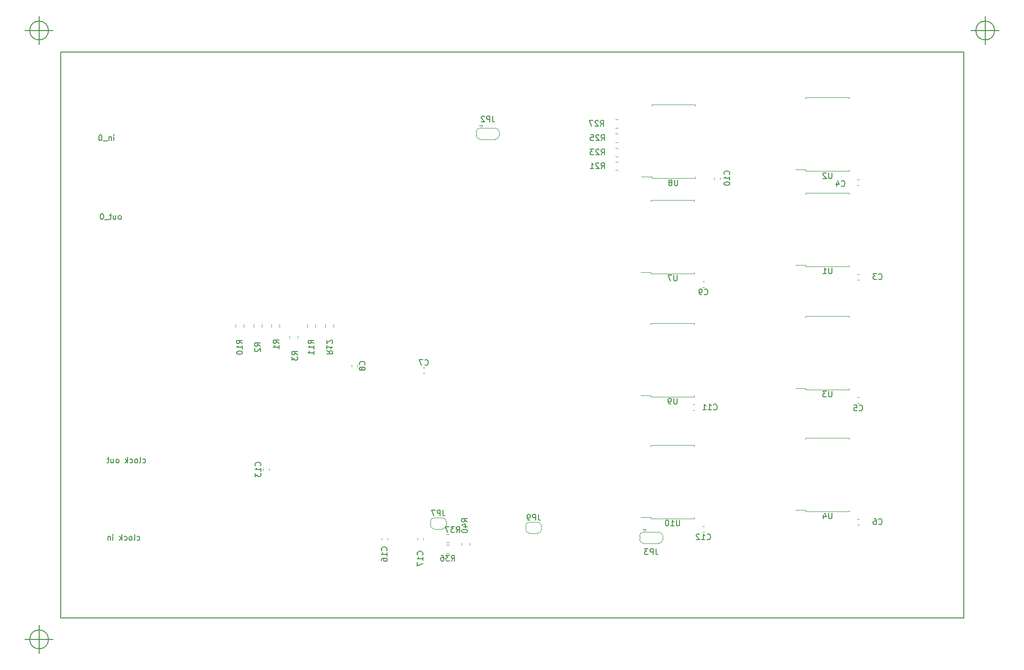
<source format=gbo>
G04 #@! TF.GenerationSoftware,KiCad,Pcbnew,5.1.10-88a1d61d58~88~ubuntu18.04.1*
G04 #@! TF.CreationDate,2022-09-15T09:05:11+02:00*
G04 #@! TF.ProjectId,FPGA_buffer_board,46504741-5f62-4756-9666-65725f626f61,v1.4*
G04 #@! TF.SameCoordinates,Original*
G04 #@! TF.FileFunction,Legend,Bot*
G04 #@! TF.FilePolarity,Positive*
%FSLAX46Y46*%
G04 Gerber Fmt 4.6, Leading zero omitted, Abs format (unit mm)*
G04 Created by KiCad (PCBNEW 5.1.10-88a1d61d58~88~ubuntu18.04.1) date 2022-09-15 09:05:11*
%MOMM*%
%LPD*%
G01*
G04 APERTURE LIST*
G04 #@! TA.AperFunction,Profile*
%ADD10C,0.200000*%
G04 #@! TD*
%ADD11C,0.150000*%
%ADD12C,0.200000*%
%ADD13C,0.120000*%
G04 APERTURE END LIST*
D10*
X86756666Y-153670000D02*
G75*
G03*
X86756666Y-153670000I-1666666J0D01*
G01*
X82590000Y-153670000D02*
X87590000Y-153670000D01*
X85090000Y-151170000D02*
X85090000Y-156170000D01*
X254396666Y-45720000D02*
G75*
G03*
X254396666Y-45720000I-1666666J0D01*
G01*
X250230000Y-45720000D02*
X255230000Y-45720000D01*
X252730000Y-43220000D02*
X252730000Y-48220000D01*
X86756666Y-45720000D02*
G75*
G03*
X86756666Y-45720000I-1666666J0D01*
G01*
X82590000Y-45720000D02*
X87590000Y-45720000D01*
X85090000Y-43220000D02*
X85090000Y-48220000D01*
D11*
X102456952Y-136040761D02*
X102552190Y-136088380D01*
X102742666Y-136088380D01*
X102837904Y-136040761D01*
X102885523Y-135993142D01*
X102933142Y-135897904D01*
X102933142Y-135612190D01*
X102885523Y-135516952D01*
X102837904Y-135469333D01*
X102742666Y-135421714D01*
X102552190Y-135421714D01*
X102456952Y-135469333D01*
X101885523Y-136088380D02*
X101980761Y-136040761D01*
X102028380Y-135945523D01*
X102028380Y-135088380D01*
X101361714Y-136088380D02*
X101456952Y-136040761D01*
X101504571Y-135993142D01*
X101552190Y-135897904D01*
X101552190Y-135612190D01*
X101504571Y-135516952D01*
X101456952Y-135469333D01*
X101361714Y-135421714D01*
X101218857Y-135421714D01*
X101123619Y-135469333D01*
X101076000Y-135516952D01*
X101028380Y-135612190D01*
X101028380Y-135897904D01*
X101076000Y-135993142D01*
X101123619Y-136040761D01*
X101218857Y-136088380D01*
X101361714Y-136088380D01*
X100171238Y-136040761D02*
X100266476Y-136088380D01*
X100456952Y-136088380D01*
X100552190Y-136040761D01*
X100599809Y-135993142D01*
X100647428Y-135897904D01*
X100647428Y-135612190D01*
X100599809Y-135516952D01*
X100552190Y-135469333D01*
X100456952Y-135421714D01*
X100266476Y-135421714D01*
X100171238Y-135469333D01*
X99742666Y-136088380D02*
X99742666Y-135088380D01*
X99647428Y-135707428D02*
X99361714Y-136088380D01*
X99361714Y-135421714D02*
X99742666Y-135802666D01*
X98171238Y-136088380D02*
X98171238Y-135421714D01*
X98171238Y-135088380D02*
X98218857Y-135136000D01*
X98171238Y-135183619D01*
X98123619Y-135136000D01*
X98171238Y-135088380D01*
X98171238Y-135183619D01*
X97695047Y-135421714D02*
X97695047Y-136088380D01*
X97695047Y-135516952D02*
X97647428Y-135469333D01*
X97552190Y-135421714D01*
X97409333Y-135421714D01*
X97314095Y-135469333D01*
X97266476Y-135564571D01*
X97266476Y-136088380D01*
X103464952Y-122324761D02*
X103560190Y-122372380D01*
X103750666Y-122372380D01*
X103845904Y-122324761D01*
X103893523Y-122277142D01*
X103941142Y-122181904D01*
X103941142Y-121896190D01*
X103893523Y-121800952D01*
X103845904Y-121753333D01*
X103750666Y-121705714D01*
X103560190Y-121705714D01*
X103464952Y-121753333D01*
X102893523Y-122372380D02*
X102988761Y-122324761D01*
X103036380Y-122229523D01*
X103036380Y-121372380D01*
X102369714Y-122372380D02*
X102464952Y-122324761D01*
X102512571Y-122277142D01*
X102560190Y-122181904D01*
X102560190Y-121896190D01*
X102512571Y-121800952D01*
X102464952Y-121753333D01*
X102369714Y-121705714D01*
X102226857Y-121705714D01*
X102131619Y-121753333D01*
X102084000Y-121800952D01*
X102036380Y-121896190D01*
X102036380Y-122181904D01*
X102084000Y-122277142D01*
X102131619Y-122324761D01*
X102226857Y-122372380D01*
X102369714Y-122372380D01*
X101179238Y-122324761D02*
X101274476Y-122372380D01*
X101464952Y-122372380D01*
X101560190Y-122324761D01*
X101607809Y-122277142D01*
X101655428Y-122181904D01*
X101655428Y-121896190D01*
X101607809Y-121800952D01*
X101560190Y-121753333D01*
X101464952Y-121705714D01*
X101274476Y-121705714D01*
X101179238Y-121753333D01*
X100750666Y-122372380D02*
X100750666Y-121372380D01*
X100655428Y-121991428D02*
X100369714Y-122372380D01*
X100369714Y-121705714D02*
X100750666Y-122086666D01*
X99036380Y-122372380D02*
X99131619Y-122324761D01*
X99179238Y-122277142D01*
X99226857Y-122181904D01*
X99226857Y-121896190D01*
X99179238Y-121800952D01*
X99131619Y-121753333D01*
X99036380Y-121705714D01*
X98893523Y-121705714D01*
X98798285Y-121753333D01*
X98750666Y-121800952D01*
X98703047Y-121896190D01*
X98703047Y-122181904D01*
X98750666Y-122277142D01*
X98798285Y-122324761D01*
X98893523Y-122372380D01*
X99036380Y-122372380D01*
X97845904Y-121705714D02*
X97845904Y-122372380D01*
X98274476Y-121705714D02*
X98274476Y-122229523D01*
X98226857Y-122324761D01*
X98131619Y-122372380D01*
X97988761Y-122372380D01*
X97893523Y-122324761D01*
X97845904Y-122277142D01*
X97512571Y-121705714D02*
X97131619Y-121705714D01*
X97369714Y-121372380D02*
X97369714Y-122229523D01*
X97322095Y-122324761D01*
X97226857Y-122372380D01*
X97131619Y-122372380D01*
D12*
X98337523Y-65222380D02*
X98337523Y-64555714D01*
X98337523Y-64222380D02*
X98385142Y-64270000D01*
X98337523Y-64317619D01*
X98289904Y-64270000D01*
X98337523Y-64222380D01*
X98337523Y-64317619D01*
X97861333Y-64555714D02*
X97861333Y-65222380D01*
X97861333Y-64650952D02*
X97813714Y-64603333D01*
X97718476Y-64555714D01*
X97575619Y-64555714D01*
X97480380Y-64603333D01*
X97432761Y-64698571D01*
X97432761Y-65222380D01*
X97194666Y-65317619D02*
X96432761Y-65317619D01*
X96004190Y-64222380D02*
X95908952Y-64222380D01*
X95813714Y-64270000D01*
X95766095Y-64317619D01*
X95718476Y-64412857D01*
X95670857Y-64603333D01*
X95670857Y-64841428D01*
X95718476Y-65031904D01*
X95766095Y-65127142D01*
X95813714Y-65174761D01*
X95908952Y-65222380D01*
X96004190Y-65222380D01*
X96099428Y-65174761D01*
X96147047Y-65127142D01*
X96194666Y-65031904D01*
X96242285Y-64841428D01*
X96242285Y-64603333D01*
X96194666Y-64412857D01*
X96147047Y-64317619D01*
X96099428Y-64270000D01*
X96004190Y-64222380D01*
X99456666Y-79192380D02*
X99551904Y-79144761D01*
X99599523Y-79097142D01*
X99647142Y-79001904D01*
X99647142Y-78716190D01*
X99599523Y-78620952D01*
X99551904Y-78573333D01*
X99456666Y-78525714D01*
X99313809Y-78525714D01*
X99218571Y-78573333D01*
X99170952Y-78620952D01*
X99123333Y-78716190D01*
X99123333Y-79001904D01*
X99170952Y-79097142D01*
X99218571Y-79144761D01*
X99313809Y-79192380D01*
X99456666Y-79192380D01*
X98266190Y-78525714D02*
X98266190Y-79192380D01*
X98694761Y-78525714D02*
X98694761Y-79049523D01*
X98647142Y-79144761D01*
X98551904Y-79192380D01*
X98409047Y-79192380D01*
X98313809Y-79144761D01*
X98266190Y-79097142D01*
X97932857Y-78525714D02*
X97551904Y-78525714D01*
X97790000Y-78192380D02*
X97790000Y-79049523D01*
X97742380Y-79144761D01*
X97647142Y-79192380D01*
X97551904Y-79192380D01*
X97456666Y-79287619D02*
X96694761Y-79287619D01*
X96266190Y-78192380D02*
X96170952Y-78192380D01*
X96075714Y-78240000D01*
X96028095Y-78287619D01*
X95980476Y-78382857D01*
X95932857Y-78573333D01*
X95932857Y-78811428D01*
X95980476Y-79001904D01*
X96028095Y-79097142D01*
X96075714Y-79144761D01*
X96170952Y-79192380D01*
X96266190Y-79192380D01*
X96361428Y-79144761D01*
X96409047Y-79097142D01*
X96456666Y-79001904D01*
X96504285Y-78811428D01*
X96504285Y-78573333D01*
X96456666Y-78382857D01*
X96409047Y-78287619D01*
X96361428Y-78240000D01*
X96266190Y-78192380D01*
D10*
X248920000Y-149860000D02*
X88900000Y-149860000D01*
X248920000Y-49530000D02*
X248920000Y-149860000D01*
X88900000Y-49530000D02*
X248920000Y-49530000D01*
X88900000Y-149860000D02*
X88900000Y-49530000D01*
D13*
X187224936Y-62965000D02*
X187679064Y-62965000D01*
X187224936Y-61495000D02*
X187679064Y-61495000D01*
X187224936Y-65505000D02*
X187679064Y-65505000D01*
X187224936Y-64035000D02*
X187679064Y-64035000D01*
X187224936Y-68045000D02*
X187679064Y-68045000D01*
X187224936Y-66575000D02*
X187679064Y-66575000D01*
X187224936Y-70458000D02*
X187679064Y-70458000D01*
X187224936Y-68988000D02*
X187679064Y-68988000D01*
X172020000Y-134858000D02*
X173420000Y-134858000D01*
X174120000Y-134158000D02*
X174120000Y-133558000D01*
X173420000Y-132858000D02*
X172020000Y-132858000D01*
X171320000Y-133558000D02*
X171320000Y-134158000D01*
X171320000Y-134158000D02*
G75*
G03*
X172020000Y-134858000I700000J0D01*
G01*
X172020000Y-132858000D02*
G75*
G03*
X171320000Y-133558000I0J-700000D01*
G01*
X174120000Y-133558000D02*
G75*
G03*
X173420000Y-132858000I-700000J0D01*
G01*
X173420000Y-134858000D02*
G75*
G03*
X174120000Y-134158000I0J700000D01*
G01*
X157268936Y-135028000D02*
X157723064Y-135028000D01*
X157268936Y-136498000D02*
X157723064Y-136498000D01*
X157268936Y-136933000D02*
X157723064Y-136933000D01*
X157268936Y-138403000D02*
X157723064Y-138403000D01*
X161390000Y-136551936D02*
X161390000Y-137006064D01*
X159920000Y-136551936D02*
X159920000Y-137006064D01*
X155114000Y-134096000D02*
X156514000Y-134096000D01*
X157214000Y-133396000D02*
X157214000Y-132796000D01*
X156514000Y-132096000D02*
X155114000Y-132096000D01*
X154414000Y-132796000D02*
X154414000Y-133396000D01*
X154414000Y-133396000D02*
G75*
G03*
X155114000Y-134096000I700000J0D01*
G01*
X155114000Y-132096000D02*
G75*
G03*
X154414000Y-132796000I0J-700000D01*
G01*
X157214000Y-132796000D02*
G75*
G03*
X156514000Y-132096000I-700000J0D01*
G01*
X156514000Y-134096000D02*
G75*
G03*
X157214000Y-133396000I0J700000D01*
G01*
X193625000Y-71680000D02*
X191810000Y-71680000D01*
X193625000Y-71915000D02*
X193625000Y-71680000D01*
X197485000Y-71915000D02*
X193625000Y-71915000D01*
X201345000Y-71915000D02*
X201345000Y-71680000D01*
X197485000Y-71915000D02*
X201345000Y-71915000D01*
X193625000Y-58895000D02*
X193625000Y-59130000D01*
X197485000Y-58895000D02*
X193625000Y-58895000D01*
X201345000Y-58895000D02*
X201345000Y-59130000D01*
X197485000Y-58895000D02*
X201345000Y-58895000D01*
X224790000Y-96360000D02*
X228650000Y-96360000D01*
X228650000Y-96360000D02*
X228650000Y-96595000D01*
X224790000Y-96360000D02*
X220930000Y-96360000D01*
X220930000Y-96360000D02*
X220930000Y-96595000D01*
X224790000Y-109380000D02*
X228650000Y-109380000D01*
X228650000Y-109380000D02*
X228650000Y-109145000D01*
X224790000Y-109380000D02*
X220930000Y-109380000D01*
X220930000Y-109380000D02*
X220930000Y-109145000D01*
X220930000Y-109145000D02*
X219115000Y-109145000D01*
X224790000Y-117950000D02*
X228650000Y-117950000D01*
X228650000Y-117950000D02*
X228650000Y-118185000D01*
X224790000Y-117950000D02*
X220930000Y-117950000D01*
X220930000Y-117950000D02*
X220930000Y-118185000D01*
X224790000Y-130970000D02*
X228650000Y-130970000D01*
X228650000Y-130970000D02*
X228650000Y-130735000D01*
X224790000Y-130970000D02*
X220930000Y-130970000D01*
X220930000Y-130970000D02*
X220930000Y-130735000D01*
X220930000Y-130735000D02*
X219115000Y-130735000D01*
X192148000Y-136636000D02*
X194948000Y-136636000D01*
X195598000Y-135936000D02*
X195598000Y-135336000D01*
X194948000Y-134636000D02*
X192148000Y-134636000D01*
X191498000Y-135336000D02*
X191498000Y-135936000D01*
X192348000Y-134436000D02*
X192048000Y-134136000D01*
X192048000Y-134136000D02*
X192648000Y-134136000D01*
X192348000Y-134436000D02*
X192648000Y-134136000D01*
X194898000Y-136636000D02*
G75*
G03*
X195598000Y-135936000I0J700000D01*
G01*
X195598000Y-135336000D02*
G75*
G03*
X194898000Y-134636000I-700000J0D01*
G01*
X192198000Y-134636000D02*
G75*
G03*
X191498000Y-135336000I0J-700000D01*
G01*
X191498000Y-135936000D02*
G75*
G03*
X192198000Y-136636000I700000J0D01*
G01*
X197358000Y-75786000D02*
X201218000Y-75786000D01*
X201218000Y-75786000D02*
X201218000Y-76021000D01*
X197358000Y-75786000D02*
X193498000Y-75786000D01*
X193498000Y-75786000D02*
X193498000Y-76021000D01*
X197358000Y-88806000D02*
X201218000Y-88806000D01*
X201218000Y-88806000D02*
X201218000Y-88571000D01*
X197358000Y-88806000D02*
X193498000Y-88806000D01*
X193498000Y-88806000D02*
X193498000Y-88571000D01*
X193498000Y-88571000D02*
X191683000Y-88571000D01*
X193498000Y-110415000D02*
X191683000Y-110415000D01*
X193498000Y-110650000D02*
X193498000Y-110415000D01*
X197358000Y-110650000D02*
X193498000Y-110650000D01*
X201218000Y-110650000D02*
X201218000Y-110415000D01*
X197358000Y-110650000D02*
X201218000Y-110650000D01*
X193498000Y-97630000D02*
X193498000Y-97865000D01*
X197358000Y-97630000D02*
X193498000Y-97630000D01*
X201218000Y-97630000D02*
X201218000Y-97865000D01*
X197358000Y-97630000D02*
X201218000Y-97630000D01*
X193498000Y-132005000D02*
X191683000Y-132005000D01*
X193498000Y-132240000D02*
X193498000Y-132005000D01*
X197358000Y-132240000D02*
X193498000Y-132240000D01*
X201218000Y-132240000D02*
X201218000Y-132005000D01*
X197358000Y-132240000D02*
X201218000Y-132240000D01*
X193498000Y-119220000D02*
X193498000Y-119455000D01*
X197358000Y-119220000D02*
X193498000Y-119220000D01*
X201218000Y-119220000D02*
X201218000Y-119455000D01*
X197358000Y-119220000D02*
X201218000Y-119220000D01*
X163192000Y-65008000D02*
X165992000Y-65008000D01*
X166642000Y-64308000D02*
X166642000Y-63708000D01*
X165992000Y-63008000D02*
X163192000Y-63008000D01*
X162542000Y-63708000D02*
X162542000Y-64308000D01*
X163392000Y-62808000D02*
X163092000Y-62508000D01*
X163092000Y-62508000D02*
X163692000Y-62508000D01*
X163392000Y-62808000D02*
X163692000Y-62508000D01*
X162542000Y-64308000D02*
G75*
G03*
X163242000Y-65008000I700000J0D01*
G01*
X163242000Y-63008000D02*
G75*
G03*
X162542000Y-63708000I0J-700000D01*
G01*
X166642000Y-63708000D02*
G75*
G03*
X165942000Y-63008000I-700000J0D01*
G01*
X165942000Y-65008000D02*
G75*
G03*
X166642000Y-64308000I0J700000D01*
G01*
X220930000Y-87301000D02*
X219115000Y-87301000D01*
X220930000Y-87536000D02*
X220930000Y-87301000D01*
X224790000Y-87536000D02*
X220930000Y-87536000D01*
X228650000Y-87536000D02*
X228650000Y-87301000D01*
X224790000Y-87536000D02*
X228650000Y-87536000D01*
X220930000Y-74516000D02*
X220930000Y-74751000D01*
X224790000Y-74516000D02*
X220930000Y-74516000D01*
X228650000Y-74516000D02*
X228650000Y-74751000D01*
X224790000Y-74516000D02*
X228650000Y-74516000D01*
X220930000Y-70410000D02*
X219115000Y-70410000D01*
X220930000Y-70645000D02*
X220930000Y-70410000D01*
X224790000Y-70645000D02*
X220930000Y-70645000D01*
X228650000Y-70645000D02*
X228650000Y-70410000D01*
X224790000Y-70645000D02*
X228650000Y-70645000D01*
X220930000Y-57625000D02*
X220930000Y-57860000D01*
X224790000Y-57625000D02*
X220930000Y-57625000D01*
X228650000Y-57625000D02*
X228650000Y-57860000D01*
X224790000Y-57625000D02*
X228650000Y-57625000D01*
X202646233Y-91188000D02*
X202938767Y-91188000D01*
X202646233Y-90168000D02*
X202938767Y-90168000D01*
X204722000Y-71836233D02*
X204722000Y-72128767D01*
X205742000Y-71836233D02*
X205742000Y-72128767D01*
X201213767Y-112012000D02*
X200921233Y-112012000D01*
X201213767Y-113032000D02*
X200921233Y-113032000D01*
X202646233Y-133602000D02*
X202938767Y-133602000D01*
X202646233Y-134622000D02*
X202938767Y-134622000D01*
X145794000Y-136009767D02*
X145794000Y-135717233D01*
X146814000Y-136009767D02*
X146814000Y-135717233D01*
X152144000Y-136009767D02*
X152144000Y-135717233D01*
X153164000Y-136009767D02*
X153164000Y-135717233D01*
X124839000Y-123398233D02*
X124839000Y-123690767D01*
X125859000Y-123398233D02*
X125859000Y-123690767D01*
X230078233Y-88898000D02*
X230370767Y-88898000D01*
X230078233Y-89918000D02*
X230370767Y-89918000D01*
X230078233Y-73154000D02*
X230370767Y-73154000D01*
X230078233Y-72134000D02*
X230370767Y-72134000D01*
X230078233Y-111762000D02*
X230370767Y-111762000D01*
X230078233Y-110742000D02*
X230370767Y-110742000D01*
X230078233Y-132332000D02*
X230370767Y-132332000D01*
X230078233Y-133352000D02*
X230370767Y-133352000D01*
X153408767Y-105535000D02*
X153116233Y-105535000D01*
X153408767Y-106555000D02*
X153116233Y-106555000D01*
X140460000Y-105328767D02*
X140460000Y-105036233D01*
X141480000Y-105328767D02*
X141480000Y-105036233D01*
X127735000Y-98287064D02*
X127735000Y-97832936D01*
X126265000Y-98287064D02*
X126265000Y-97832936D01*
X123090000Y-98287064D02*
X123090000Y-97832936D01*
X124560000Y-98287064D02*
X124560000Y-97832936D01*
X129440000Y-99832936D02*
X129440000Y-100287064D01*
X130910000Y-99832936D02*
X130910000Y-100287064D01*
X119915000Y-98287064D02*
X119915000Y-97832936D01*
X121385000Y-98287064D02*
X121385000Y-97832936D01*
X134085000Y-98287064D02*
X134085000Y-97832936D01*
X132615000Y-98287064D02*
X132615000Y-97832936D01*
X135790000Y-98287064D02*
X135790000Y-97832936D01*
X137260000Y-98287064D02*
X137260000Y-97832936D01*
D11*
X184538857Y-62682380D02*
X184872190Y-62206190D01*
X185110285Y-62682380D02*
X185110285Y-61682380D01*
X184729333Y-61682380D01*
X184634095Y-61730000D01*
X184586476Y-61777619D01*
X184538857Y-61872857D01*
X184538857Y-62015714D01*
X184586476Y-62110952D01*
X184634095Y-62158571D01*
X184729333Y-62206190D01*
X185110285Y-62206190D01*
X184157904Y-61777619D02*
X184110285Y-61730000D01*
X184015047Y-61682380D01*
X183776952Y-61682380D01*
X183681714Y-61730000D01*
X183634095Y-61777619D01*
X183586476Y-61872857D01*
X183586476Y-61968095D01*
X183634095Y-62110952D01*
X184205523Y-62682380D01*
X183586476Y-62682380D01*
X183253142Y-61682380D02*
X182586476Y-61682380D01*
X183015047Y-62682380D01*
X184665857Y-65222380D02*
X184999190Y-64746190D01*
X185237285Y-65222380D02*
X185237285Y-64222380D01*
X184856333Y-64222380D01*
X184761095Y-64270000D01*
X184713476Y-64317619D01*
X184665857Y-64412857D01*
X184665857Y-64555714D01*
X184713476Y-64650952D01*
X184761095Y-64698571D01*
X184856333Y-64746190D01*
X185237285Y-64746190D01*
X184284904Y-64317619D02*
X184237285Y-64270000D01*
X184142047Y-64222380D01*
X183903952Y-64222380D01*
X183808714Y-64270000D01*
X183761095Y-64317619D01*
X183713476Y-64412857D01*
X183713476Y-64508095D01*
X183761095Y-64650952D01*
X184332523Y-65222380D01*
X183713476Y-65222380D01*
X182808714Y-64222380D02*
X183284904Y-64222380D01*
X183332523Y-64698571D01*
X183284904Y-64650952D01*
X183189666Y-64603333D01*
X182951571Y-64603333D01*
X182856333Y-64650952D01*
X182808714Y-64698571D01*
X182761095Y-64793809D01*
X182761095Y-65031904D01*
X182808714Y-65127142D01*
X182856333Y-65174761D01*
X182951571Y-65222380D01*
X183189666Y-65222380D01*
X183284904Y-65174761D01*
X183332523Y-65127142D01*
X184665857Y-67762380D02*
X184999190Y-67286190D01*
X185237285Y-67762380D02*
X185237285Y-66762380D01*
X184856333Y-66762380D01*
X184761095Y-66810000D01*
X184713476Y-66857619D01*
X184665857Y-66952857D01*
X184665857Y-67095714D01*
X184713476Y-67190952D01*
X184761095Y-67238571D01*
X184856333Y-67286190D01*
X185237285Y-67286190D01*
X184284904Y-66857619D02*
X184237285Y-66810000D01*
X184142047Y-66762380D01*
X183903952Y-66762380D01*
X183808714Y-66810000D01*
X183761095Y-66857619D01*
X183713476Y-66952857D01*
X183713476Y-67048095D01*
X183761095Y-67190952D01*
X184332523Y-67762380D01*
X183713476Y-67762380D01*
X183380142Y-66762380D02*
X182761095Y-66762380D01*
X183094428Y-67143333D01*
X182951571Y-67143333D01*
X182856333Y-67190952D01*
X182808714Y-67238571D01*
X182761095Y-67333809D01*
X182761095Y-67571904D01*
X182808714Y-67667142D01*
X182856333Y-67714761D01*
X182951571Y-67762380D01*
X183237285Y-67762380D01*
X183332523Y-67714761D01*
X183380142Y-67667142D01*
X184665857Y-70175380D02*
X184999190Y-69699190D01*
X185237285Y-70175380D02*
X185237285Y-69175380D01*
X184856333Y-69175380D01*
X184761095Y-69223000D01*
X184713476Y-69270619D01*
X184665857Y-69365857D01*
X184665857Y-69508714D01*
X184713476Y-69603952D01*
X184761095Y-69651571D01*
X184856333Y-69699190D01*
X185237285Y-69699190D01*
X184284904Y-69270619D02*
X184237285Y-69223000D01*
X184142047Y-69175380D01*
X183903952Y-69175380D01*
X183808714Y-69223000D01*
X183761095Y-69270619D01*
X183713476Y-69365857D01*
X183713476Y-69461095D01*
X183761095Y-69603952D01*
X184332523Y-70175380D01*
X183713476Y-70175380D01*
X182761095Y-70175380D02*
X183332523Y-70175380D01*
X183046809Y-70175380D02*
X183046809Y-69175380D01*
X183142047Y-69318238D01*
X183237285Y-69413476D01*
X183332523Y-69461095D01*
X173553333Y-131532380D02*
X173553333Y-132246666D01*
X173600952Y-132389523D01*
X173696190Y-132484761D01*
X173839047Y-132532380D01*
X173934285Y-132532380D01*
X173077142Y-132532380D02*
X173077142Y-131532380D01*
X172696190Y-131532380D01*
X172600952Y-131580000D01*
X172553333Y-131627619D01*
X172505714Y-131722857D01*
X172505714Y-131865714D01*
X172553333Y-131960952D01*
X172600952Y-132008571D01*
X172696190Y-132056190D01*
X173077142Y-132056190D01*
X172029523Y-132532380D02*
X171839047Y-132532380D01*
X171743809Y-132484761D01*
X171696190Y-132437142D01*
X171600952Y-132294285D01*
X171553333Y-132103809D01*
X171553333Y-131722857D01*
X171600952Y-131627619D01*
X171648571Y-131580000D01*
X171743809Y-131532380D01*
X171934285Y-131532380D01*
X172029523Y-131580000D01*
X172077142Y-131627619D01*
X172124761Y-131722857D01*
X172124761Y-131960952D01*
X172077142Y-132056190D01*
X172029523Y-132103809D01*
X171934285Y-132151428D01*
X171743809Y-132151428D01*
X171648571Y-132103809D01*
X171600952Y-132056190D01*
X171553333Y-131960952D01*
X159011857Y-134691380D02*
X159345190Y-134215190D01*
X159583285Y-134691380D02*
X159583285Y-133691380D01*
X159202333Y-133691380D01*
X159107095Y-133739000D01*
X159059476Y-133786619D01*
X159011857Y-133881857D01*
X159011857Y-134024714D01*
X159059476Y-134119952D01*
X159107095Y-134167571D01*
X159202333Y-134215190D01*
X159583285Y-134215190D01*
X158678523Y-133691380D02*
X158059476Y-133691380D01*
X158392809Y-134072333D01*
X158249952Y-134072333D01*
X158154714Y-134119952D01*
X158107095Y-134167571D01*
X158059476Y-134262809D01*
X158059476Y-134500904D01*
X158107095Y-134596142D01*
X158154714Y-134643761D01*
X158249952Y-134691380D01*
X158535666Y-134691380D01*
X158630904Y-134643761D01*
X158678523Y-134596142D01*
X157726142Y-133691380D02*
X157059476Y-133691380D01*
X157488047Y-134691380D01*
X158138857Y-139770380D02*
X158472190Y-139294190D01*
X158710285Y-139770380D02*
X158710285Y-138770380D01*
X158329333Y-138770380D01*
X158234095Y-138818000D01*
X158186476Y-138865619D01*
X158138857Y-138960857D01*
X158138857Y-139103714D01*
X158186476Y-139198952D01*
X158234095Y-139246571D01*
X158329333Y-139294190D01*
X158710285Y-139294190D01*
X157805523Y-138770380D02*
X157186476Y-138770380D01*
X157519809Y-139151333D01*
X157376952Y-139151333D01*
X157281714Y-139198952D01*
X157234095Y-139246571D01*
X157186476Y-139341809D01*
X157186476Y-139579904D01*
X157234095Y-139675142D01*
X157281714Y-139722761D01*
X157376952Y-139770380D01*
X157662666Y-139770380D01*
X157757904Y-139722761D01*
X157805523Y-139675142D01*
X156329333Y-138770380D02*
X156519809Y-138770380D01*
X156615047Y-138818000D01*
X156662666Y-138865619D01*
X156757904Y-139008476D01*
X156805523Y-139198952D01*
X156805523Y-139579904D01*
X156757904Y-139675142D01*
X156710285Y-139722761D01*
X156615047Y-139770380D01*
X156424571Y-139770380D01*
X156329333Y-139722761D01*
X156281714Y-139675142D01*
X156234095Y-139579904D01*
X156234095Y-139341809D01*
X156281714Y-139246571D01*
X156329333Y-139198952D01*
X156424571Y-139151333D01*
X156615047Y-139151333D01*
X156710285Y-139198952D01*
X156757904Y-139246571D01*
X156805523Y-139341809D01*
X160980380Y-132834142D02*
X160504190Y-132500809D01*
X160980380Y-132262714D02*
X159980380Y-132262714D01*
X159980380Y-132643666D01*
X160028000Y-132738904D01*
X160075619Y-132786523D01*
X160170857Y-132834142D01*
X160313714Y-132834142D01*
X160408952Y-132786523D01*
X160456571Y-132738904D01*
X160504190Y-132643666D01*
X160504190Y-132262714D01*
X160313714Y-133691285D02*
X160980380Y-133691285D01*
X159932761Y-133453190D02*
X160647047Y-133215095D01*
X160647047Y-133834142D01*
X159980380Y-134405571D02*
X159980380Y-134500809D01*
X160028000Y-134596047D01*
X160075619Y-134643666D01*
X160170857Y-134691285D01*
X160361333Y-134738904D01*
X160599428Y-134738904D01*
X160789904Y-134691285D01*
X160885142Y-134643666D01*
X160932761Y-134596047D01*
X160980380Y-134500809D01*
X160980380Y-134405571D01*
X160932761Y-134310333D01*
X160885142Y-134262714D01*
X160789904Y-134215095D01*
X160599428Y-134167476D01*
X160361333Y-134167476D01*
X160170857Y-134215095D01*
X160075619Y-134262714D01*
X160028000Y-134310333D01*
X159980380Y-134405571D01*
X156647333Y-130770380D02*
X156647333Y-131484666D01*
X156694952Y-131627523D01*
X156790190Y-131722761D01*
X156933047Y-131770380D01*
X157028285Y-131770380D01*
X156171142Y-131770380D02*
X156171142Y-130770380D01*
X155790190Y-130770380D01*
X155694952Y-130818000D01*
X155647333Y-130865619D01*
X155599714Y-130960857D01*
X155599714Y-131103714D01*
X155647333Y-131198952D01*
X155694952Y-131246571D01*
X155790190Y-131294190D01*
X156171142Y-131294190D01*
X155266380Y-130770380D02*
X154599714Y-130770380D01*
X155028285Y-131770380D01*
X198246904Y-72207380D02*
X198246904Y-73016904D01*
X198199285Y-73112142D01*
X198151666Y-73159761D01*
X198056428Y-73207380D01*
X197865952Y-73207380D01*
X197770714Y-73159761D01*
X197723095Y-73112142D01*
X197675476Y-73016904D01*
X197675476Y-72207380D01*
X197056428Y-72635952D02*
X197151666Y-72588333D01*
X197199285Y-72540714D01*
X197246904Y-72445476D01*
X197246904Y-72397857D01*
X197199285Y-72302619D01*
X197151666Y-72255000D01*
X197056428Y-72207380D01*
X196865952Y-72207380D01*
X196770714Y-72255000D01*
X196723095Y-72302619D01*
X196675476Y-72397857D01*
X196675476Y-72445476D01*
X196723095Y-72540714D01*
X196770714Y-72588333D01*
X196865952Y-72635952D01*
X197056428Y-72635952D01*
X197151666Y-72683571D01*
X197199285Y-72731190D01*
X197246904Y-72826428D01*
X197246904Y-73016904D01*
X197199285Y-73112142D01*
X197151666Y-73159761D01*
X197056428Y-73207380D01*
X196865952Y-73207380D01*
X196770714Y-73159761D01*
X196723095Y-73112142D01*
X196675476Y-73016904D01*
X196675476Y-72826428D01*
X196723095Y-72731190D01*
X196770714Y-72683571D01*
X196865952Y-72635952D01*
X225551904Y-109672380D02*
X225551904Y-110481904D01*
X225504285Y-110577142D01*
X225456666Y-110624761D01*
X225361428Y-110672380D01*
X225170952Y-110672380D01*
X225075714Y-110624761D01*
X225028095Y-110577142D01*
X224980476Y-110481904D01*
X224980476Y-109672380D01*
X224599523Y-109672380D02*
X223980476Y-109672380D01*
X224313809Y-110053333D01*
X224170952Y-110053333D01*
X224075714Y-110100952D01*
X224028095Y-110148571D01*
X223980476Y-110243809D01*
X223980476Y-110481904D01*
X224028095Y-110577142D01*
X224075714Y-110624761D01*
X224170952Y-110672380D01*
X224456666Y-110672380D01*
X224551904Y-110624761D01*
X224599523Y-110577142D01*
X225551904Y-131262380D02*
X225551904Y-132071904D01*
X225504285Y-132167142D01*
X225456666Y-132214761D01*
X225361428Y-132262380D01*
X225170952Y-132262380D01*
X225075714Y-132214761D01*
X225028095Y-132167142D01*
X224980476Y-132071904D01*
X224980476Y-131262380D01*
X224075714Y-131595714D02*
X224075714Y-132262380D01*
X224313809Y-131214761D02*
X224551904Y-131929047D01*
X223932857Y-131929047D01*
X194381333Y-137628380D02*
X194381333Y-138342666D01*
X194428952Y-138485523D01*
X194524190Y-138580761D01*
X194667047Y-138628380D01*
X194762285Y-138628380D01*
X193905142Y-138628380D02*
X193905142Y-137628380D01*
X193524190Y-137628380D01*
X193428952Y-137676000D01*
X193381333Y-137723619D01*
X193333714Y-137818857D01*
X193333714Y-137961714D01*
X193381333Y-138056952D01*
X193428952Y-138104571D01*
X193524190Y-138152190D01*
X193905142Y-138152190D01*
X193000380Y-137628380D02*
X192381333Y-137628380D01*
X192714666Y-138009333D01*
X192571809Y-138009333D01*
X192476571Y-138056952D01*
X192428952Y-138104571D01*
X192381333Y-138199809D01*
X192381333Y-138437904D01*
X192428952Y-138533142D01*
X192476571Y-138580761D01*
X192571809Y-138628380D01*
X192857523Y-138628380D01*
X192952761Y-138580761D01*
X193000380Y-138533142D01*
X198119904Y-89098380D02*
X198119904Y-89907904D01*
X198072285Y-90003142D01*
X198024666Y-90050761D01*
X197929428Y-90098380D01*
X197738952Y-90098380D01*
X197643714Y-90050761D01*
X197596095Y-90003142D01*
X197548476Y-89907904D01*
X197548476Y-89098380D01*
X197167523Y-89098380D02*
X196500857Y-89098380D01*
X196929428Y-90098380D01*
X198119904Y-110942380D02*
X198119904Y-111751904D01*
X198072285Y-111847142D01*
X198024666Y-111894761D01*
X197929428Y-111942380D01*
X197738952Y-111942380D01*
X197643714Y-111894761D01*
X197596095Y-111847142D01*
X197548476Y-111751904D01*
X197548476Y-110942380D01*
X197024666Y-111942380D02*
X196834190Y-111942380D01*
X196738952Y-111894761D01*
X196691333Y-111847142D01*
X196596095Y-111704285D01*
X196548476Y-111513809D01*
X196548476Y-111132857D01*
X196596095Y-111037619D01*
X196643714Y-110990000D01*
X196738952Y-110942380D01*
X196929428Y-110942380D01*
X197024666Y-110990000D01*
X197072285Y-111037619D01*
X197119904Y-111132857D01*
X197119904Y-111370952D01*
X197072285Y-111466190D01*
X197024666Y-111513809D01*
X196929428Y-111561428D01*
X196738952Y-111561428D01*
X196643714Y-111513809D01*
X196596095Y-111466190D01*
X196548476Y-111370952D01*
X198596095Y-132532380D02*
X198596095Y-133341904D01*
X198548476Y-133437142D01*
X198500857Y-133484761D01*
X198405619Y-133532380D01*
X198215142Y-133532380D01*
X198119904Y-133484761D01*
X198072285Y-133437142D01*
X198024666Y-133341904D01*
X198024666Y-132532380D01*
X197024666Y-133532380D02*
X197596095Y-133532380D01*
X197310380Y-133532380D02*
X197310380Y-132532380D01*
X197405619Y-132675238D01*
X197500857Y-132770476D01*
X197596095Y-132818095D01*
X196405619Y-132532380D02*
X196310380Y-132532380D01*
X196215142Y-132580000D01*
X196167523Y-132627619D01*
X196119904Y-132722857D01*
X196072285Y-132913333D01*
X196072285Y-133151428D01*
X196119904Y-133341904D01*
X196167523Y-133437142D01*
X196215142Y-133484761D01*
X196310380Y-133532380D01*
X196405619Y-133532380D01*
X196500857Y-133484761D01*
X196548476Y-133437142D01*
X196596095Y-133341904D01*
X196643714Y-133151428D01*
X196643714Y-132913333D01*
X196596095Y-132722857D01*
X196548476Y-132627619D01*
X196500857Y-132580000D01*
X196405619Y-132532380D01*
X165425333Y-60920380D02*
X165425333Y-61634666D01*
X165472952Y-61777523D01*
X165568190Y-61872761D01*
X165711047Y-61920380D01*
X165806285Y-61920380D01*
X164949142Y-61920380D02*
X164949142Y-60920380D01*
X164568190Y-60920380D01*
X164472952Y-60968000D01*
X164425333Y-61015619D01*
X164377714Y-61110857D01*
X164377714Y-61253714D01*
X164425333Y-61348952D01*
X164472952Y-61396571D01*
X164568190Y-61444190D01*
X164949142Y-61444190D01*
X163996761Y-61015619D02*
X163949142Y-60968000D01*
X163853904Y-60920380D01*
X163615809Y-60920380D01*
X163520571Y-60968000D01*
X163472952Y-61015619D01*
X163425333Y-61110857D01*
X163425333Y-61206095D01*
X163472952Y-61348952D01*
X164044380Y-61920380D01*
X163425333Y-61920380D01*
X225551904Y-87828380D02*
X225551904Y-88637904D01*
X225504285Y-88733142D01*
X225456666Y-88780761D01*
X225361428Y-88828380D01*
X225170952Y-88828380D01*
X225075714Y-88780761D01*
X225028095Y-88733142D01*
X224980476Y-88637904D01*
X224980476Y-87828380D01*
X223980476Y-88828380D02*
X224551904Y-88828380D01*
X224266190Y-88828380D02*
X224266190Y-87828380D01*
X224361428Y-87971238D01*
X224456666Y-88066476D01*
X224551904Y-88114095D01*
X225551904Y-70937380D02*
X225551904Y-71746904D01*
X225504285Y-71842142D01*
X225456666Y-71889761D01*
X225361428Y-71937380D01*
X225170952Y-71937380D01*
X225075714Y-71889761D01*
X225028095Y-71842142D01*
X224980476Y-71746904D01*
X224980476Y-70937380D01*
X224551904Y-71032619D02*
X224504285Y-70985000D01*
X224409047Y-70937380D01*
X224170952Y-70937380D01*
X224075714Y-70985000D01*
X224028095Y-71032619D01*
X223980476Y-71127857D01*
X223980476Y-71223095D01*
X224028095Y-71365952D01*
X224599523Y-71937380D01*
X223980476Y-71937380D01*
X202959166Y-92465142D02*
X203006785Y-92512761D01*
X203149642Y-92560380D01*
X203244880Y-92560380D01*
X203387738Y-92512761D01*
X203482976Y-92417523D01*
X203530595Y-92322285D01*
X203578214Y-92131809D01*
X203578214Y-91988952D01*
X203530595Y-91798476D01*
X203482976Y-91703238D01*
X203387738Y-91608000D01*
X203244880Y-91560380D01*
X203149642Y-91560380D01*
X203006785Y-91608000D01*
X202959166Y-91655619D01*
X202482976Y-92560380D02*
X202292500Y-92560380D01*
X202197261Y-92512761D01*
X202149642Y-92465142D01*
X202054404Y-92322285D01*
X202006785Y-92131809D01*
X202006785Y-91750857D01*
X202054404Y-91655619D01*
X202102023Y-91608000D01*
X202197261Y-91560380D01*
X202387738Y-91560380D01*
X202482976Y-91608000D01*
X202530595Y-91655619D01*
X202578214Y-91750857D01*
X202578214Y-91988952D01*
X202530595Y-92084190D01*
X202482976Y-92131809D01*
X202387738Y-92179428D01*
X202197261Y-92179428D01*
X202102023Y-92131809D01*
X202054404Y-92084190D01*
X202006785Y-91988952D01*
X207367142Y-71239142D02*
X207414761Y-71191523D01*
X207462380Y-71048666D01*
X207462380Y-70953428D01*
X207414761Y-70810571D01*
X207319523Y-70715333D01*
X207224285Y-70667714D01*
X207033809Y-70620095D01*
X206890952Y-70620095D01*
X206700476Y-70667714D01*
X206605238Y-70715333D01*
X206510000Y-70810571D01*
X206462380Y-70953428D01*
X206462380Y-71048666D01*
X206510000Y-71191523D01*
X206557619Y-71239142D01*
X207462380Y-72191523D02*
X207462380Y-71620095D01*
X207462380Y-71905809D02*
X206462380Y-71905809D01*
X206605238Y-71810571D01*
X206700476Y-71715333D01*
X206748095Y-71620095D01*
X206462380Y-72810571D02*
X206462380Y-72905809D01*
X206510000Y-73001047D01*
X206557619Y-73048666D01*
X206652857Y-73096285D01*
X206843333Y-73143904D01*
X207081428Y-73143904D01*
X207271904Y-73096285D01*
X207367142Y-73048666D01*
X207414761Y-73001047D01*
X207462380Y-72905809D01*
X207462380Y-72810571D01*
X207414761Y-72715333D01*
X207367142Y-72667714D01*
X207271904Y-72620095D01*
X207081428Y-72572476D01*
X206843333Y-72572476D01*
X206652857Y-72620095D01*
X206557619Y-72667714D01*
X206510000Y-72715333D01*
X206462380Y-72810571D01*
X204604857Y-112879142D02*
X204652476Y-112926761D01*
X204795333Y-112974380D01*
X204890571Y-112974380D01*
X205033428Y-112926761D01*
X205128666Y-112831523D01*
X205176285Y-112736285D01*
X205223904Y-112545809D01*
X205223904Y-112402952D01*
X205176285Y-112212476D01*
X205128666Y-112117238D01*
X205033428Y-112022000D01*
X204890571Y-111974380D01*
X204795333Y-111974380D01*
X204652476Y-112022000D01*
X204604857Y-112069619D01*
X203652476Y-112974380D02*
X204223904Y-112974380D01*
X203938190Y-112974380D02*
X203938190Y-111974380D01*
X204033428Y-112117238D01*
X204128666Y-112212476D01*
X204223904Y-112260095D01*
X202700095Y-112974380D02*
X203271523Y-112974380D01*
X202985809Y-112974380D02*
X202985809Y-111974380D01*
X203081047Y-112117238D01*
X203176285Y-112212476D01*
X203271523Y-112260095D01*
X203435357Y-135899142D02*
X203482976Y-135946761D01*
X203625833Y-135994380D01*
X203721071Y-135994380D01*
X203863928Y-135946761D01*
X203959166Y-135851523D01*
X204006785Y-135756285D01*
X204054404Y-135565809D01*
X204054404Y-135422952D01*
X204006785Y-135232476D01*
X203959166Y-135137238D01*
X203863928Y-135042000D01*
X203721071Y-134994380D01*
X203625833Y-134994380D01*
X203482976Y-135042000D01*
X203435357Y-135089619D01*
X202482976Y-135994380D02*
X203054404Y-135994380D01*
X202768690Y-135994380D02*
X202768690Y-134994380D01*
X202863928Y-135137238D01*
X202959166Y-135232476D01*
X203054404Y-135280095D01*
X202102023Y-135089619D02*
X202054404Y-135042000D01*
X201959166Y-134994380D01*
X201721071Y-134994380D01*
X201625833Y-135042000D01*
X201578214Y-135089619D01*
X201530595Y-135184857D01*
X201530595Y-135280095D01*
X201578214Y-135422952D01*
X202149642Y-135994380D01*
X201530595Y-135994380D01*
X146661142Y-137914142D02*
X146708761Y-137866523D01*
X146756380Y-137723666D01*
X146756380Y-137628428D01*
X146708761Y-137485571D01*
X146613523Y-137390333D01*
X146518285Y-137342714D01*
X146327809Y-137295095D01*
X146184952Y-137295095D01*
X145994476Y-137342714D01*
X145899238Y-137390333D01*
X145804000Y-137485571D01*
X145756380Y-137628428D01*
X145756380Y-137723666D01*
X145804000Y-137866523D01*
X145851619Y-137914142D01*
X146756380Y-138866523D02*
X146756380Y-138295095D01*
X146756380Y-138580809D02*
X145756380Y-138580809D01*
X145899238Y-138485571D01*
X145994476Y-138390333D01*
X146042095Y-138295095D01*
X145756380Y-139723666D02*
X145756380Y-139533190D01*
X145804000Y-139437952D01*
X145851619Y-139390333D01*
X145994476Y-139295095D01*
X146184952Y-139247476D01*
X146565904Y-139247476D01*
X146661142Y-139295095D01*
X146708761Y-139342714D01*
X146756380Y-139437952D01*
X146756380Y-139628428D01*
X146708761Y-139723666D01*
X146661142Y-139771285D01*
X146565904Y-139818904D01*
X146327809Y-139818904D01*
X146232571Y-139771285D01*
X146184952Y-139723666D01*
X146137333Y-139628428D01*
X146137333Y-139437952D01*
X146184952Y-139342714D01*
X146232571Y-139295095D01*
X146327809Y-139247476D01*
X153011142Y-138676142D02*
X153058761Y-138628523D01*
X153106380Y-138485666D01*
X153106380Y-138390428D01*
X153058761Y-138247571D01*
X152963523Y-138152333D01*
X152868285Y-138104714D01*
X152677809Y-138057095D01*
X152534952Y-138057095D01*
X152344476Y-138104714D01*
X152249238Y-138152333D01*
X152154000Y-138247571D01*
X152106380Y-138390428D01*
X152106380Y-138485666D01*
X152154000Y-138628523D01*
X152201619Y-138676142D01*
X153106380Y-139628523D02*
X153106380Y-139057095D01*
X153106380Y-139342809D02*
X152106380Y-139342809D01*
X152249238Y-139247571D01*
X152344476Y-139152333D01*
X152392095Y-139057095D01*
X152106380Y-139961857D02*
X152106380Y-140628523D01*
X153106380Y-140199952D01*
X124276142Y-122901642D02*
X124323761Y-122854023D01*
X124371380Y-122711166D01*
X124371380Y-122615928D01*
X124323761Y-122473071D01*
X124228523Y-122377833D01*
X124133285Y-122330214D01*
X123942809Y-122282595D01*
X123799952Y-122282595D01*
X123609476Y-122330214D01*
X123514238Y-122377833D01*
X123419000Y-122473071D01*
X123371380Y-122615928D01*
X123371380Y-122711166D01*
X123419000Y-122854023D01*
X123466619Y-122901642D01*
X124371380Y-123854023D02*
X124371380Y-123282595D01*
X124371380Y-123568309D02*
X123371380Y-123568309D01*
X123514238Y-123473071D01*
X123609476Y-123377833D01*
X123657095Y-123282595D01*
X123371380Y-124187357D02*
X123371380Y-124806404D01*
X123752333Y-124473071D01*
X123752333Y-124615928D01*
X123799952Y-124711166D01*
X123847571Y-124758785D01*
X123942809Y-124806404D01*
X124180904Y-124806404D01*
X124276142Y-124758785D01*
X124323761Y-124711166D01*
X124371380Y-124615928D01*
X124371380Y-124330214D01*
X124323761Y-124234976D01*
X124276142Y-124187357D01*
X233846666Y-89765142D02*
X233894285Y-89812761D01*
X234037142Y-89860380D01*
X234132380Y-89860380D01*
X234275238Y-89812761D01*
X234370476Y-89717523D01*
X234418095Y-89622285D01*
X234465714Y-89431809D01*
X234465714Y-89288952D01*
X234418095Y-89098476D01*
X234370476Y-89003238D01*
X234275238Y-88908000D01*
X234132380Y-88860380D01*
X234037142Y-88860380D01*
X233894285Y-88908000D01*
X233846666Y-88955619D01*
X233513333Y-88860380D02*
X232894285Y-88860380D01*
X233227619Y-89241333D01*
X233084761Y-89241333D01*
X232989523Y-89288952D01*
X232941904Y-89336571D01*
X232894285Y-89431809D01*
X232894285Y-89669904D01*
X232941904Y-89765142D01*
X232989523Y-89812761D01*
X233084761Y-89860380D01*
X233370476Y-89860380D01*
X233465714Y-89812761D01*
X233513333Y-89765142D01*
X227242666Y-73255142D02*
X227290285Y-73302761D01*
X227433142Y-73350380D01*
X227528380Y-73350380D01*
X227671238Y-73302761D01*
X227766476Y-73207523D01*
X227814095Y-73112285D01*
X227861714Y-72921809D01*
X227861714Y-72778952D01*
X227814095Y-72588476D01*
X227766476Y-72493238D01*
X227671238Y-72398000D01*
X227528380Y-72350380D01*
X227433142Y-72350380D01*
X227290285Y-72398000D01*
X227242666Y-72445619D01*
X226385523Y-72683714D02*
X226385523Y-73350380D01*
X226623619Y-72302761D02*
X226861714Y-73017047D01*
X226242666Y-73017047D01*
X230391166Y-113039142D02*
X230438785Y-113086761D01*
X230581642Y-113134380D01*
X230676880Y-113134380D01*
X230819738Y-113086761D01*
X230914976Y-112991523D01*
X230962595Y-112896285D01*
X231010214Y-112705809D01*
X231010214Y-112562952D01*
X230962595Y-112372476D01*
X230914976Y-112277238D01*
X230819738Y-112182000D01*
X230676880Y-112134380D01*
X230581642Y-112134380D01*
X230438785Y-112182000D01*
X230391166Y-112229619D01*
X229486404Y-112134380D02*
X229962595Y-112134380D01*
X230010214Y-112610571D01*
X229962595Y-112562952D01*
X229867357Y-112515333D01*
X229629261Y-112515333D01*
X229534023Y-112562952D01*
X229486404Y-112610571D01*
X229438785Y-112705809D01*
X229438785Y-112943904D01*
X229486404Y-113039142D01*
X229534023Y-113086761D01*
X229629261Y-113134380D01*
X229867357Y-113134380D01*
X229962595Y-113086761D01*
X230010214Y-113039142D01*
X233846666Y-133199142D02*
X233894285Y-133246761D01*
X234037142Y-133294380D01*
X234132380Y-133294380D01*
X234275238Y-133246761D01*
X234370476Y-133151523D01*
X234418095Y-133056285D01*
X234465714Y-132865809D01*
X234465714Y-132722952D01*
X234418095Y-132532476D01*
X234370476Y-132437238D01*
X234275238Y-132342000D01*
X234132380Y-132294380D01*
X234037142Y-132294380D01*
X233894285Y-132342000D01*
X233846666Y-132389619D01*
X232989523Y-132294380D02*
X233180000Y-132294380D01*
X233275238Y-132342000D01*
X233322857Y-132389619D01*
X233418095Y-132532476D01*
X233465714Y-132722952D01*
X233465714Y-133103904D01*
X233418095Y-133199142D01*
X233370476Y-133246761D01*
X233275238Y-133294380D01*
X233084761Y-133294380D01*
X232989523Y-133246761D01*
X232941904Y-133199142D01*
X232894285Y-133103904D01*
X232894285Y-132865809D01*
X232941904Y-132770571D01*
X232989523Y-132722952D01*
X233084761Y-132675333D01*
X233275238Y-132675333D01*
X233370476Y-132722952D01*
X233418095Y-132770571D01*
X233465714Y-132865809D01*
X153429166Y-104972142D02*
X153476785Y-105019761D01*
X153619642Y-105067380D01*
X153714880Y-105067380D01*
X153857738Y-105019761D01*
X153952976Y-104924523D01*
X154000595Y-104829285D01*
X154048214Y-104638809D01*
X154048214Y-104495952D01*
X154000595Y-104305476D01*
X153952976Y-104210238D01*
X153857738Y-104115000D01*
X153714880Y-104067380D01*
X153619642Y-104067380D01*
X153476785Y-104115000D01*
X153429166Y-104162619D01*
X153095833Y-104067380D02*
X152429166Y-104067380D01*
X152857738Y-105067380D01*
X142757142Y-105015833D02*
X142804761Y-104968214D01*
X142852380Y-104825357D01*
X142852380Y-104730119D01*
X142804761Y-104587261D01*
X142709523Y-104492023D01*
X142614285Y-104444404D01*
X142423809Y-104396785D01*
X142280952Y-104396785D01*
X142090476Y-104444404D01*
X141995238Y-104492023D01*
X141900000Y-104587261D01*
X141852380Y-104730119D01*
X141852380Y-104825357D01*
X141900000Y-104968214D01*
X141947619Y-105015833D01*
X142280952Y-105587261D02*
X142233333Y-105492023D01*
X142185714Y-105444404D01*
X142090476Y-105396785D01*
X142042857Y-105396785D01*
X141947619Y-105444404D01*
X141900000Y-105492023D01*
X141852380Y-105587261D01*
X141852380Y-105777738D01*
X141900000Y-105872976D01*
X141947619Y-105920595D01*
X142042857Y-105968214D01*
X142090476Y-105968214D01*
X142185714Y-105920595D01*
X142233333Y-105872976D01*
X142280952Y-105777738D01*
X142280952Y-105587261D01*
X142328571Y-105492023D01*
X142376190Y-105444404D01*
X142471428Y-105396785D01*
X142661904Y-105396785D01*
X142757142Y-105444404D01*
X142804761Y-105492023D01*
X142852380Y-105587261D01*
X142852380Y-105777738D01*
X142804761Y-105872976D01*
X142757142Y-105920595D01*
X142661904Y-105968214D01*
X142471428Y-105968214D01*
X142376190Y-105920595D01*
X142328571Y-105872976D01*
X142280952Y-105777738D01*
X127579380Y-101179333D02*
X127103190Y-100846000D01*
X127579380Y-100607904D02*
X126579380Y-100607904D01*
X126579380Y-100988857D01*
X126627000Y-101084095D01*
X126674619Y-101131714D01*
X126769857Y-101179333D01*
X126912714Y-101179333D01*
X127007952Y-101131714D01*
X127055571Y-101084095D01*
X127103190Y-100988857D01*
X127103190Y-100607904D01*
X127579380Y-102131714D02*
X127579380Y-101560285D01*
X127579380Y-101846000D02*
X126579380Y-101846000D01*
X126722238Y-101750761D01*
X126817476Y-101655523D01*
X126865095Y-101560285D01*
X124277380Y-101703333D02*
X123801190Y-101370000D01*
X124277380Y-101131904D02*
X123277380Y-101131904D01*
X123277380Y-101512857D01*
X123325000Y-101608095D01*
X123372619Y-101655714D01*
X123467857Y-101703333D01*
X123610714Y-101703333D01*
X123705952Y-101655714D01*
X123753571Y-101608095D01*
X123801190Y-101512857D01*
X123801190Y-101131904D01*
X123372619Y-102084285D02*
X123325000Y-102131904D01*
X123277380Y-102227142D01*
X123277380Y-102465238D01*
X123325000Y-102560476D01*
X123372619Y-102608095D01*
X123467857Y-102655714D01*
X123563095Y-102655714D01*
X123705952Y-102608095D01*
X124277380Y-102036666D01*
X124277380Y-102655714D01*
X130881380Y-103211333D02*
X130405190Y-102878000D01*
X130881380Y-102639904D02*
X129881380Y-102639904D01*
X129881380Y-103020857D01*
X129929000Y-103116095D01*
X129976619Y-103163714D01*
X130071857Y-103211333D01*
X130214714Y-103211333D01*
X130309952Y-103163714D01*
X130357571Y-103116095D01*
X130405190Y-103020857D01*
X130405190Y-102639904D01*
X129881380Y-103544666D02*
X129881380Y-104163714D01*
X130262333Y-103830380D01*
X130262333Y-103973238D01*
X130309952Y-104068476D01*
X130357571Y-104116095D01*
X130452809Y-104163714D01*
X130690904Y-104163714D01*
X130786142Y-104116095D01*
X130833761Y-104068476D01*
X130881380Y-103973238D01*
X130881380Y-103687523D01*
X130833761Y-103592285D01*
X130786142Y-103544666D01*
X121102380Y-101211142D02*
X120626190Y-100877809D01*
X121102380Y-100639714D02*
X120102380Y-100639714D01*
X120102380Y-101020666D01*
X120150000Y-101115904D01*
X120197619Y-101163523D01*
X120292857Y-101211142D01*
X120435714Y-101211142D01*
X120530952Y-101163523D01*
X120578571Y-101115904D01*
X120626190Y-101020666D01*
X120626190Y-100639714D01*
X121102380Y-102163523D02*
X121102380Y-101592095D01*
X121102380Y-101877809D02*
X120102380Y-101877809D01*
X120245238Y-101782571D01*
X120340476Y-101687333D01*
X120388095Y-101592095D01*
X120102380Y-102782571D02*
X120102380Y-102877809D01*
X120150000Y-102973047D01*
X120197619Y-103020666D01*
X120292857Y-103068285D01*
X120483333Y-103115904D01*
X120721428Y-103115904D01*
X120911904Y-103068285D01*
X121007142Y-103020666D01*
X121054761Y-102973047D01*
X121102380Y-102877809D01*
X121102380Y-102782571D01*
X121054761Y-102687333D01*
X121007142Y-102639714D01*
X120911904Y-102592095D01*
X120721428Y-102544476D01*
X120483333Y-102544476D01*
X120292857Y-102592095D01*
X120197619Y-102639714D01*
X120150000Y-102687333D01*
X120102380Y-102782571D01*
X133802380Y-101227142D02*
X133326190Y-100893809D01*
X133802380Y-100655714D02*
X132802380Y-100655714D01*
X132802380Y-101036666D01*
X132850000Y-101131904D01*
X132897619Y-101179523D01*
X132992857Y-101227142D01*
X133135714Y-101227142D01*
X133230952Y-101179523D01*
X133278571Y-101131904D01*
X133326190Y-101036666D01*
X133326190Y-100655714D01*
X133802380Y-102179523D02*
X133802380Y-101608095D01*
X133802380Y-101893809D02*
X132802380Y-101893809D01*
X132945238Y-101798571D01*
X133040476Y-101703333D01*
X133088095Y-101608095D01*
X133802380Y-103131904D02*
X133802380Y-102560476D01*
X133802380Y-102846190D02*
X132802380Y-102846190D01*
X132945238Y-102750952D01*
X133040476Y-102655714D01*
X133088095Y-102560476D01*
X136072619Y-102496857D02*
X136548809Y-102830190D01*
X136072619Y-103068285D02*
X137072619Y-103068285D01*
X137072619Y-102687333D01*
X137025000Y-102592095D01*
X136977380Y-102544476D01*
X136882142Y-102496857D01*
X136739285Y-102496857D01*
X136644047Y-102544476D01*
X136596428Y-102592095D01*
X136548809Y-102687333D01*
X136548809Y-103068285D01*
X136072619Y-101544476D02*
X136072619Y-102115904D01*
X136072619Y-101830190D02*
X137072619Y-101830190D01*
X136929761Y-101925428D01*
X136834523Y-102020666D01*
X136786904Y-102115904D01*
X136977380Y-101163523D02*
X137025000Y-101115904D01*
X137072619Y-101020666D01*
X137072619Y-100782571D01*
X137025000Y-100687333D01*
X136977380Y-100639714D01*
X136882142Y-100592095D01*
X136786904Y-100592095D01*
X136644047Y-100639714D01*
X136072619Y-101211142D01*
X136072619Y-100592095D01*
M02*

</source>
